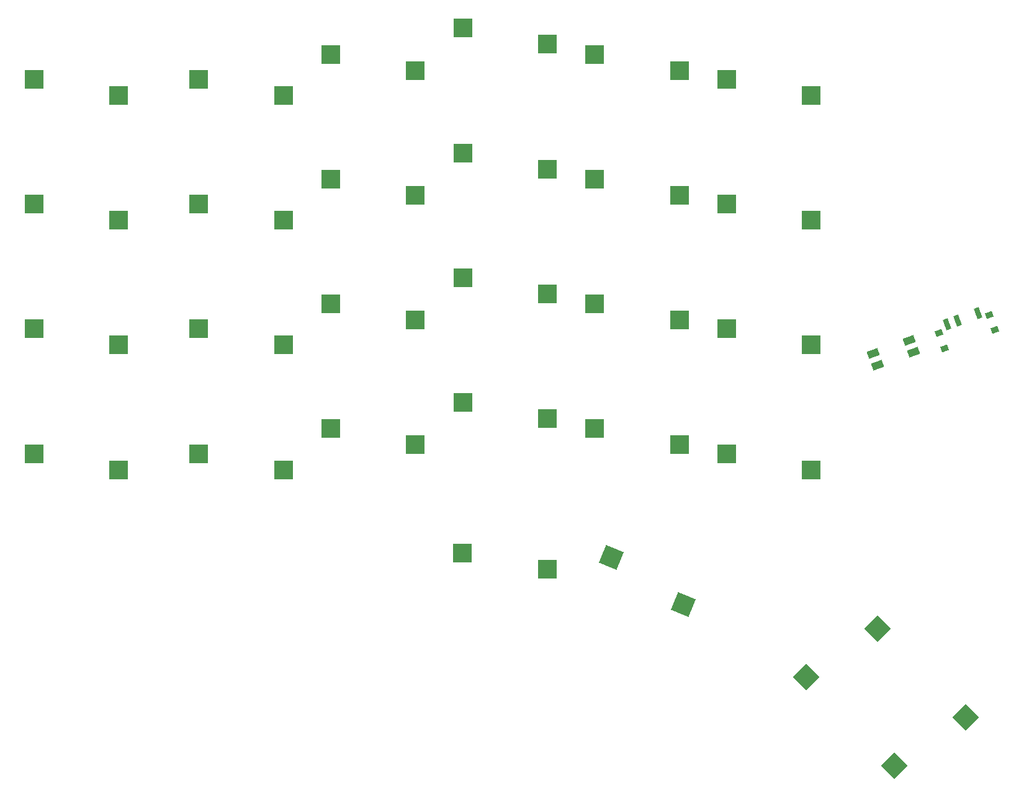
<source format=gbr>
%TF.GenerationSoftware,KiCad,Pcbnew,9.0.0*%
%TF.CreationDate,2025-03-18T17:15:54-04:00*%
%TF.ProjectId,skylight,736b796c-6967-4687-942e-6b696361645f,1.0*%
%TF.SameCoordinates,Original*%
%TF.FileFunction,Paste,Bot*%
%TF.FilePolarity,Positive*%
%FSLAX46Y46*%
G04 Gerber Fmt 4.6, Leading zero omitted, Abs format (unit mm)*
G04 Created by KiCad (PCBNEW 9.0.0) date 2025-03-18 17:15:54*
%MOMM*%
%LPD*%
G01*
G04 APERTURE LIST*
G04 Aperture macros list*
%AMRotRect*
0 Rectangle, with rotation*
0 The origin of the aperture is its center*
0 $1 length*
0 $2 width*
0 $3 Rotation angle, in degrees counterclockwise*
0 Add horizontal line*
21,1,$1,$2,0,0,$3*%
G04 Aperture macros list end*
%ADD10R,2.600000X2.600000*%
%ADD11RotRect,2.600000X2.600000X337.500000*%
%ADD12RotRect,2.600000X2.600000X45.000000*%
%ADD13RotRect,1.000760X0.800100X200.000000*%
%ADD14RotRect,0.701040X1.501140X200.000000*%
%ADD15RotRect,1.550000X1.000000X200.000000*%
G04 APERTURE END LIST*
D10*
%TO.C,SW13*%
X35225000Y-79700000D03*
X46775000Y-81900000D03*
%TD*%
%TO.C,SW20*%
X69275000Y-98950000D03*
X57725000Y-96750000D03*
%TD*%
%TO.C,SW21*%
X87275000Y-95550000D03*
X75725000Y-93350000D03*
%TD*%
%TO.C,SW23*%
X123275000Y-95550000D03*
X111725000Y-93350000D03*
%TD*%
%TO.C,SW18*%
X141275000Y-81900000D03*
X129725000Y-79700000D03*
%TD*%
%TO.C,SW10*%
X105275000Y-57900000D03*
X93725000Y-55700000D03*
%TD*%
%TO.C,SW27*%
X105255000Y-112550000D03*
X93705000Y-110350000D03*
%TD*%
%TO.C,SW6*%
X141275000Y-47850000D03*
X129725000Y-45650000D03*
%TD*%
%TO.C,SW19*%
X46775000Y-98950000D03*
X35225000Y-96750000D03*
%TD*%
%TO.C,SW16*%
X105275000Y-74900000D03*
X93725000Y-72700000D03*
%TD*%
%TO.C,SW17*%
X123275000Y-78500000D03*
X111725000Y-76300000D03*
%TD*%
%TO.C,SW24*%
X141275000Y-98950000D03*
X129725000Y-96750000D03*
%TD*%
%TO.C,SW12*%
X141275000Y-64900000D03*
X129725000Y-62700000D03*
%TD*%
%TO.C,SW8*%
X69275000Y-64900000D03*
X57725000Y-62700000D03*
%TD*%
%TO.C,SW9*%
X87275000Y-61500000D03*
X75725000Y-59300000D03*
%TD*%
D11*
%TO.C,SW28*%
X123818817Y-117372406D03*
X113989912Y-110919878D03*
%TD*%
D10*
%TO.C,SW5*%
X123275000Y-44450000D03*
X111725000Y-42250000D03*
%TD*%
%TO.C,SW11*%
X123275000Y-61500000D03*
X111725000Y-59300000D03*
%TD*%
%TO.C,SW7*%
X46775000Y-64900000D03*
X35225000Y-62700000D03*
%TD*%
%TO.C,SW2*%
X69275000Y-47850000D03*
X57725000Y-45650000D03*
%TD*%
%TO.C,SW3*%
X87275000Y-44450000D03*
X75725000Y-42250000D03*
%TD*%
%TO.C,SW15*%
X87275000Y-78500000D03*
X75725000Y-76300000D03*
%TD*%
%TO.C,SW4*%
X105275000Y-40850000D03*
X93725000Y-38650000D03*
%TD*%
%TO.C,SW22*%
X105275000Y-91950000D03*
X93725000Y-89750000D03*
%TD*%
%TO.C,SW1*%
X46775000Y-47850000D03*
X35225000Y-45650000D03*
%TD*%
%TO.C,SW14*%
X69275000Y-81900000D03*
X57725000Y-79700000D03*
%TD*%
D12*
%TO.C,SW29*%
X150303178Y-120655452D03*
X140580460Y-127266900D03*
%TD*%
%TO.C,SW30*%
X162364124Y-132724203D03*
X152641406Y-139335651D03*
%TD*%
D13*
%TO.C,SW25*%
X166339900Y-79878212D03*
X165587579Y-77811227D03*
X159480182Y-82374945D03*
X158727861Y-80307960D03*
D14*
X164016166Y-77585785D03*
X161197333Y-78611757D03*
X159786723Y-79125177D03*
%TD*%
D15*
%TO.C,SW51*%
X150324024Y-84696542D03*
X155257411Y-82900936D03*
X149742589Y-83099064D03*
X154675976Y-81303458D03*
%TD*%
M02*

</source>
